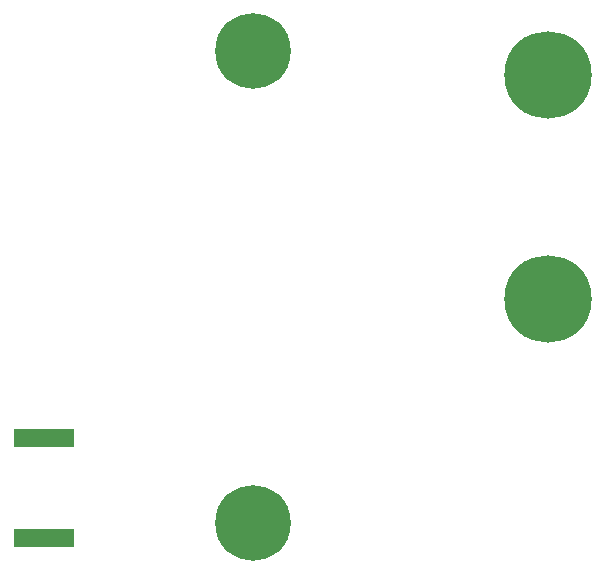
<source format=gbr>
%TF.GenerationSoftware,KiCad,Pcbnew,7.0.8-7.0.8~ubuntu22.04.1*%
%TF.CreationDate,2023-10-31T14:27:34+02:00*%
%TF.ProjectId,lisn,6c69736e-2e6b-4696-9361-645f70636258,rev?*%
%TF.SameCoordinates,PXa6e49c0PY6dac2c0*%
%TF.FileFunction,Soldermask,Bot*%
%TF.FilePolarity,Negative*%
%FSLAX46Y46*%
G04 Gerber Fmt 4.6, Leading zero omitted, Abs format (unit mm)*
G04 Created by KiCad (PCBNEW 7.0.8-7.0.8~ubuntu22.04.1) date 2023-10-31 14:27:34*
%MOMM*%
%LPD*%
G01*
G04 APERTURE LIST*
%ADD10C,7.400000*%
%ADD11C,6.400000*%
%ADD12R,5.080000X1.500000*%
G04 APERTURE END LIST*
D10*
%TO.C,J6*%
X-4500000Y42500000D03*
%TD*%
D11*
%TO.C,J3*%
X-29500000Y44500000D03*
%TD*%
D10*
%TO.C,J5*%
X-4500000Y23500000D03*
%TD*%
D11*
%TO.C,J4*%
X-29500000Y4500000D03*
%TD*%
D12*
%TO.C,J7*%
X-47137500Y3250000D03*
X-47137500Y11750000D03*
%TD*%
M02*

</source>
